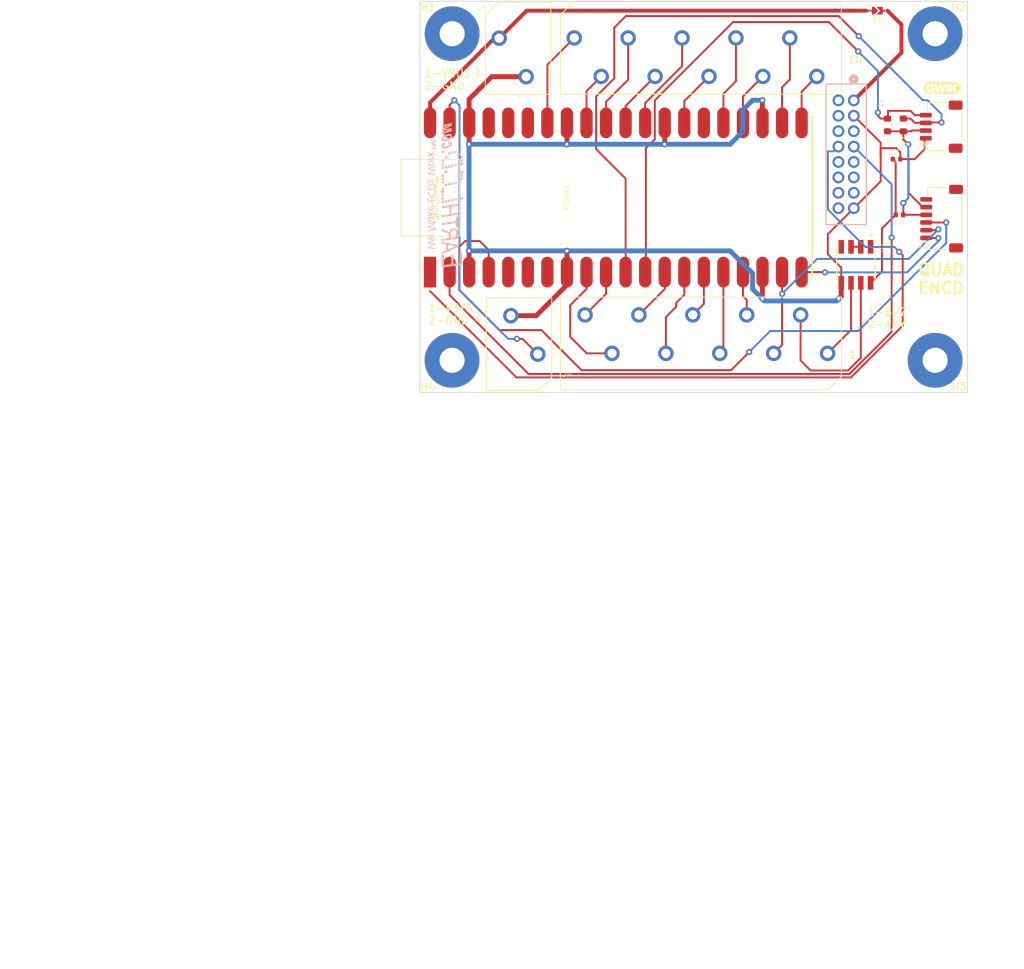
<source format=kicad_pcb>
(kicad_pcb (version 20221018) (generator pcbnew)
  (layers (0 "F.Cu" signal) (31 "B.Cu" signal) (34 "B.Paste" user) (35 "F.Paste" user) (36 "B.SilkS" user "B.Silkscreen") (37 "F.SilkS" user "F.Silkscreen") (38 "B.Mask" user) (39 "F.Mask" user) (44 "Edge.Cuts" user))
  (net 0 "")
  (net 1 "Net-(U1-Vcc)")
  (net 2 "GND")
  (net 3 "/Bottom - Connector/D-")
  (net 4 "/Bottom - Connector/D+")
  (net 5 "/Bottom - Connector/IO6")
  (net 6 "/Bottom - Connector/IO5")
  (net 7 "/Bottom - Connector/I08")
  (net 8 "/Bottom - Connector/IO7")
  (net 9 "/Bottom - Connector/MCLRn")
  (net 10 "/Bottom - Connector/IO9")
  (net 11 "/Bottom - Connector/VCC_3.3V")
  (net 12 "+3.3V")
  (net 15 "/Bottom - Connector/QE.CLK")
  (net 16 "/Bottom - Connector/QE.DIR")
  (net 20 "/Bottom - Connector/QE.SW")
  (net 23 "/Bottom - Connector/USART3.RX")
  (net 24 "/Bottom - Connector/USART3.DE")
  (net 25 "/Bottom - Connector/USART3.TX")
  (net 26 "IO3_SER_2_RX")
  (net 27 "IO4_SER_2_TX")
  (net 30 "IC2_SDA")
  (net 31 "IC2_SCL")
  (net 32 "VSYS")
  (net 33 "VBUS")
  (net 34 "Net-(J6-Pin_4)")
  (net 35 "Net-(J6-Pin_5)")
  (net 36 "Net-(J6-Pin_6)")
  (net 37 "Net-(J6-Pin_7)")
  (net 38 "Net-(J6-Pin_8)")
  (net 39 "Net-(J6-Pin_9)")
  (net 40 "Net-(J6-Pin_10)")
  (net 41 "Net-(J7-Pin_1)")
  (net 42 "Net-(J7-Pin_2)")
  (net 43 "Net-(J7-Pin_3)")
  (net 44 "Net-(J7-Pin_4)")
  (net 45 "Net-(J7-Pin_5)")
  (net 46 "Net-(J7-Pin_6)")
  (net 47 "Net-(J7-Pin_7)")
  (net 48 "Net-(J7-Pin_8)")
  (net 49 "Net-(J7-Pin_9)")
  (net 50 "Net-(J7-Pin_10)")
  (net 51 "/Top - Pico Pi W/USART3.DE")
  (net 52 "/Top - Pico Pi W/USART3.TX")
  (net 53 "/Top - Pico Pi W/USART3.RX")
  (net 54 "A{slash}Y")
  (net 55 "B{slash}Z")
  (net 56 "unconnected-(PCBA1-I2C0_SDA{slash}GP20-Pad26)")
  (net 58 "Net-(J1-Pad1)")
  (footprint "1_EarthLCD:ELP-000098" (layer "F.Cu") (at 143.47 95.23)
    (fp_text reference "J6" hide)
    (fp_text value "ELP-000098")
    (pad "1" thru_hole circle (at 0 0) (size 2 2) (drill 1.2) (layers "*.Cu" "*.Mask") (net 54 "A{slash}Y"))
    (pad "2" thru_hole circle (at -3.5 -5) (size 2 2) (drill 1.2) (layers "*.Cu" "*.Mask") (net 55 "B{slash}Z"))
    (pad "3" thru_hole circle (at -7 0) (size 2 2) (drill 1.2) (layers "*.Cu" "*.Mask") (net 16 "/Bottom - Connector/QE.DIR"))
    (pad "4" thru_hole circle (at -10.5 -5) (size 2 2) (drill 1.2) (layers "*.Cu" "*.Mask") (net 34 "Net-(J6-Pin_4)"))
    (pad "5" thru_hole circle (at -14 0) (size 2 2) (drill 1.2) (layers "*.Cu" "*.Mask") (net 35 "Net-(J6-Pin_5)"))
    (pad "6" thru_hole circle (at -17.5 -5) (size 2 2) (drill 1.2) (layers "*.Cu" "*.Mask") (net 36 "Net-(J6-Pin_6)"))
    (pad "7" thru_hole circle (at -21 0) (size 2 2) (drill 1.2) (layers "*.Cu" "*.Mask") (net 37 "Net-(J6-Pin_7)"))
    (pad "8" thru_hole circle (at -24.5 -5) (size 2 2) (drill 1.2) (layers "*.Cu" "*.Mask") (net 38 "Net-(J6-Pin_8)"))
    (pad "9" thru_hole circle (at -28 0) (size 2 2) (drill 1.2) (layers "*.Cu" "*.Mask") (net 39 "Net-(J6-Pin_9)"))
    (pad "10" thru_hole circle (at -31.5 -5) (size 2 2) (drill 1.2) (layers "*.Cu" "*.Mask") (net 40 "Net-(J6-Pin_10)"))
  )
  (footprint "1_EarthLCD:ELP-000094" (layer "F.Cu") (at 105.84 95.33)
    (fp_text reference "J4" (at 3.8 2.6) (layer "F.SilkS") (effects (font (size 0.7 0.7) (thickness 0.07))))
    (fp_text value "ELP-000094")
    (pad "1" thru_hole circle (at 0 0) (size 2 2) (drill 1.2) (layers "*.Cu" "*.Mask") (net 32 "VSYS"))
    (pad "2" thru_hole circle (at -3.5 -5) (size 2 2) (drill 1.2) (layers "*.Cu" "*.Mask") (net 2 "GND"))
  )
  (footprint "1_EarthLCD:ELP-000094" (layer "F.Cu") (at 100.82 54.29 180)
    (fp_text reference "J5" (at 2.141 3.871) (layer "F.SilkS") (effects (font (size 0.7 0.7) (thickness 0.08))))
    (fp_text value "ELP-000094")
    (pad "1" thru_hole circle (at 0 0 180) (size 2 2) (drill 1.2) (layers "*.Cu" "*.Mask") (net 33 "VBUS"))
    (pad "2" thru_hole circle (at -3.5 -5 180) (size 2 2) (drill 1.2) (layers "*.Cu" "*.Mask") (net 2 "GND"))
  )
  (footprint "1_EarthLCD:ELP-000029_JST_SH_SM04B-SRSS-TB_1x04-1MP_P1.00mm_Horizontal" (layer "F.Cu") (at 158.23 65.79 90)
    (fp_text reference "J2" (at -2.6 -1.9) (layer "F.SilkS") (effects (font (size 0.7 0.7) (thickness 0.07)) (justify right)))
    (fp_text value "ELP-000029")
    (pad "1" smd roundrect (at -1.5 -2 90) (size 0.6 1.55) (layers "F.Cu" "F.Paste" "F.Mask") (net 2 "GND"))
    (pad "2" smd roundrect (at -0.5 -2 90) (size 0.6 1.55) (layers "F.Cu" "F.Paste" "F.Mask") (net 12 "+3.3V"))
    (pad "3" smd roundrect (at 0.5 -2 90) (size 0.6 1.55) (layers "F.Cu" "F.Paste" "F.Mask") (net 30 "IC2_SDA"))
    (pad "4" smd roundrect (at 1.5 -2 90) (size 0.6 1.55) (layers "F.Cu" "F.Paste" "F.Mask") (net 31 "IC2_SCL"))
    (pad "MP1" smd roundrect (at -2.8 1.875 90) (size 1.2 1.8) (layers "F.Cu" "F.Paste" "F.Mask") (roundrect_rratio 0.208333))
    (pad "MP2" smd roundrect (at 2.8 1.875 90) (size 1.2 1.8) (layers "F.Cu" "F.Paste" "F.Mask") (roundrect_rratio 0.208333))
  )
  (footprint "1_EarthLCD:SO-8" (layer "F.Cu") (at 147.15 83.73 180)
    (fp_text reference "U1" (at -3.232 2.25 90) (layer "F.SilkS") (effects (font (size 0.7 0.7) (thickness 0.07))))
    (fp_text value "ELP-000052")
    (pad "1" smd rect (at -1.905 2.34 180) (size 0.72 1.78) (layers "F.Cu" "F.Paste" "F.Mask") (net 23 "/Bottom - Connector/USART3.RX"))
    (pad "2" smd rect (at -0.635 2.34 180) (size 0.72 1.78) (layers "F.Cu" "F.Paste" "F.Mask") (net 24 "/Bottom - Connector/USART3.DE"))
    (pad "3" smd rect (at 0.635 2.34 180) (size 0.72 1.78) (layers "F.Cu" "F.Paste" "F.Mask") (net 24 "/Bottom - Connector/USART3.DE"))
    (pad "4" smd rect (at 1.905 2.34 180) (size 0.72 1.78) (layers "F.Cu" "F.Paste" "F.Mask") (net 25 "/Bottom - Connector/USART3.TX"))
    (pad "5" smd rect (at 1.905 -2.34 180) (size 0.72 1.78) (layers "F.Cu" "F.Paste" "F.Mask") (net 2 "GND"))
    (pad "6" smd rect (at 0.635 -2.34 180) (size 0.72 1.78) (layers "F.Cu" "F.Paste" "F.Mask") (net 54 "A{slash}Y"))
    (pad "7" smd rect (at -0.635 -2.34 180) (size 0.72 1.78) (layers "F.Cu" "F.Paste" "F.Mask") (net 55 "B{slash}Z"))
    (pad "8" smd rect (at -1.905 -2.34 180) (size 0.72 1.78) (layers "F.Cu" "F.Paste" "F.Mask") (net 1 "Net-(U1-Vcc)"))
  )
  (footprint "1_EarthLCD:ELP-000098" (layer "F.Cu") (at 110.57 54.26 180)
    (fp_text reference "J7" hide)
    (fp_text value "ELP-000098")
    (pad "1" thru_hole circle (at 0 0 180) (size 2 2) (drill 1.2) (layers "*.Cu" "*.Mask") (net 41 "Net-(J7-Pin_1)"))
    (pad "2" thru_hole circle (at -3.5 -5 180) (size 2 2) (drill 1.2) (layers "*.Cu" "*.Mask") (net 42 "Net-(J7-Pin_2)"))
    (pad "3" thru_hole circle (at -7 0 180) (size 2 2) (drill 1.2) (layers "*.Cu" "*.Mask") (net 43 "Net-(J7-Pin_3)"))
    (pad "4" thru_hole circle (at -10.5 -5 180) (size 2 2) (drill 1.2) (layers "*.Cu" "*.Mask") (net 44 "Net-(J7-Pin_4)"))
    (pad "5" thru_hole circle (at -14 0 180) (size 2 2) (drill 1.2) (layers "*.Cu" "*.Mask") (net 45 "Net-(J7-Pin_5)"))
    (pad "6" thru_hole circle (at -17.5 -5 180) (size 2 2) (drill 1.2) (layers "*.Cu" "*.Mask") (net 46 "Net-(J7-Pin_6)"))
    (pad "7" thru_hole circle (at -21 0 180) (size 2 2) (drill 1.2) (layers "*.Cu" "*.Mask") (net 47 "Net-(J7-Pin_7)"))
    (pad "8" thru_hole circle (at -24.5 -5 180) (size 2 2) (drill 1.2) (layers "*.Cu" "*.Mask") (net 48 "Net-(J7-Pin_8)"))
    (pad "9" thru_hole circle (at -28 0 180) (size 2 2) (drill 1.2) (layers "*.Cu" "*.Mask") (net 49 "Net-(J7-Pin_9)"))
    (pad "10" thru_hole circle (at -31.5 -5 180) (size 2 2) (drill 1.2) (layers "*.Cu" "*.Mask") (net 50 "Net-(J7-Pin_10)"))
  )
  (footprint "1_EarthLCD:ELP-000086" (layer "F.Cu") (at 149.99 50.72)
    (fp_text reference "R5" (at -0.003 1.35) (layer "F.SilkS") (effects (font (size 0.7 0.7) (thickness 0.07))))
    (fp_text value "ELP-000086")
    (pad "1" smd custom (at -0.45 0) (size 0.3 0.3) (layers "F.Cu" "F.Mask") (net 33 "VBUS") (options (clearance outline) (anchor rect)) (primitives (gr_poly (pts (xy 0.5 0) (xy 0 0.5) (xy -0.3 0.5) (xy -0.3 -0.5) (xy 0 -0.5)) (width 0) (fill yes))))
    (pad "2" smd custom (at 0.45 0) (size 0.3 0.3) (layers "F.Cu" "F.Mask") (net 58 "Net-(J1-Pad1)") (options (clearance outline) (anchor rect)) (primitives (gr_poly (pts (xy 0.2 0.5) (xy -0.65 0.5) (xy -0.15 0) (xy -0.65 -0.5) (xy 0.2 -0.5)) (width 0) (fill yes))))
  )
  (footprint "1_EarthLCD:ELP-000096" (layer "F.Cu") (at 115.97 74.98 90)
    (fp_text reference "PCBA1" (at 0.05 -6.369 270) (layer "F.SilkS") (effects (font (size 0.7 0.7) (thickness 0.07))))
    (fp_text value "ELP-000096")
    (pad "1" smd rect (at -9.69 -24.13 90) (size 4 1.6) (layers "F.Cu" "F.Paste" "F.Mask") (net 26 "IO3_SER_2_RX"))
    (pad "2" smd oval (at -9.69 -21.59 90) (size 4 1.6) (layers "F.Cu" "F.Paste" "F.Mask") (net 27 "IO4_SER_2_TX"))
    (pad "3" smd oval (at -9.69 -19.05 90) (size 4 1.6) (layers "F.Cu" "F.Paste" "F.Mask") (net 2 "GND"))
    (pad "4" smd oval (at -9.69 -16.51 90) (size 4 1.6) (layers "F.Cu" "F.Paste" "F.Mask") (net 20 "/Bottom - Connector/QE.SW"))
    (pad "5" smd oval (at -9.69 -13.97 90) (size 4 1.6) (layers "F.Cu" "F.Paste" "F.Mask") (net 51 "/Top - Pico Pi W/USART3.DE"))
    (pad "6" smd oval (at -9.69 -11.43 90) (size 4 1.6) (layers "F.Cu" "F.Paste" "F.Mask") (net 52 "/Top - Pico Pi W/USART3.TX"))
    (pad "7" smd oval (at -9.69 -8.89 90) (size 4 1.6) (layers "F.Cu" "F.Paste" "F.Mask") (net 53 "/Top - Pico Pi W/USART3.RX"))
    (pad "8" smd oval (at -9.69 -6.35 90) (size 4 1.6) (layers "F.Cu" "F.Paste" "F.Mask") (net 2 "GND"))
    (pad "9" smd oval (at -9.69 -3.81 90) (size 4 1.6) (layers "F.Cu" "F.Paste" "F.Mask") (net 39 "Net-(J6-Pin_9)"))
    (pad "10" smd oval (at -9.69 -1.27 90) (size 4 1.6) (layers "F.Cu" "F.Paste" "F.Mask") (net 40 "Net-(J6-Pin_10)"))
    (pad "11" smd oval (at -9.69 1.27 90) (size 4 1.6) (layers "F.Cu" "F.Paste" "F.Mask") (net 30 "IC2_SDA"))
    (pad "12" smd oval (at -9.69 3.81 90) (size 4 1.6) (layers "F.Cu" "F.Paste" "F.Mask") (net 31 "IC2_SCL"))
    (pad "13" smd oval (at -9.69 6.35 90) (size 4 1.6) (layers "F.Cu" "F.Paste" "F.Mask") (net 38 "Net-(J6-Pin_8)"))
    (pad "14" smd oval (at -9.69 8.89 90) (size 4 1.6) (layers "F.Cu" "F.Paste" "F.Mask") (net 37 "Net-(J6-Pin_7)"))
    (pad "15" smd oval (at -9.69 11.43 90) (size 4 1.6) (layers "F.Cu" "F.Paste" "F.Mask") (net 36 "Net-(J6-Pin_6)"))
    (pad "16" smd oval (at -9.69 13.97 90) (size 4 1.6) (layers "F.Cu" "F.Paste" "F.Mask") (net 35 "Net-(J6-Pin_5)"))
    (pad "17" smd oval (at -9.69 16.51 90) (size 4 1.6) (layers "F.Cu" "F.Paste" "F.Mask") (net 34 "Net-(J6-Pin_4)"))
    (pad "18" smd oval (at -9.69 19.05 90) (size 4 1.6) (layers "F.Cu" "F.Paste" "F.Mask") (net 2 "GND"))
    (pad "19" smd oval (at -9.69 21.59 90) (size 4 1.6) (layers "F.Cu" "F.Paste" "F.Mask") (net 16 "/Bottom - Connector/QE.DIR"))
    (pad "20" smd oval (at -9.69 24.13 90) (size 4 1.6) (layers "F.Cu" "F.Paste" "F.Mask") (net 15 "/Bottom - Connector/QE.CLK"))
    (pad "21" smd oval (at 9.69 24.13 90) (size 4 1.6) (layers "F.Cu" "F.Paste" "F.Mask") (net 50 "Net-(J7-Pin_10)"))
    (pad "22" smd oval (at 9.69 21.59 90) (size 4 1.6) (layers "F.Cu" "F.Paste" "F.Mask") (net 49 "Net-(J7-Pin_9)"))
    (pad "23" smd oval (at 9.69 19.05 90) (size 4 1.6) (layers "F.Cu" "F.Paste" "F.Mask") (net 2 "GND"))
    (pad "24" smd oval (at 9.69 16.51 90) (size 4 1.6) (layers "F.Cu" "F.Paste" "F.Mask") (net 48 "Net-(J7-Pin_8)"))
    (pad "25" smd oval (at 9.69 13.97 90) (size 4 1.6) (layers "F.Cu" "F.Paste" "F.Mask") (net 47 "Net-(J7-Pin_7)"))
    (pad "26" smd oval (at 9.69 11.43 90) (size 4 1.6) (layers "F.Cu" "F.Paste" "F.Mask") (net 56 "unconnected-(PCBA1-I2C0_SDA{slash}GP20-Pad26)"))
    (pad "27" smd oval (at 9.69 8.89 90) (size 4 1.6) (layers "F.Cu" "F.Paste" "F.Mask") (net 46 "Net-(J7-Pin_6)"))
    (pad "28" smd oval (at 9.69 6.35 90) (size 4 1.6) (layers "F.Cu" "F.Paste" "F.Mask") (net 2 "GND"))
    (pad "29" smd oval (at 9.69 3.81 90) (size 4 1.6) (layers "F.Cu" "F.Paste" "F.Mask") (net 45 "Net-(J7-Pin_5)"))
    (pad "30" smd oval (at 9.69 1.27 90) (size 4 1.6) (layers "F.Cu" "F.Paste" "F.Mask") (net 44 "Net-(J7-Pin_4)"))
    (pad "31" smd oval (at 9.69 -1.27 90) (size 4 1.6) (layers "F.Cu" "F.Paste" "F.Mask") (net 43 "Net-(J7-Pin_3)"))
    (pad "32" smd oval (at 9.69 -3.81 90) (size 4 1.6) (layers "F.Cu" "F.Paste" "F.Mask") (net 42 "Net-(J7-Pin_2)"))
    (pad "33" smd oval (at 9.69 -6.35 90) (size 4 1.6) (layers "F.Cu" "F.Paste" "F.Mask") (net 2 "GND"))
    (pad "34" smd oval (at 9.69 -8.89 90) (size 4 1.6) (layers "F.Cu" "F.Paste" "F.Mask") (net 41 "Net-(J7-Pin_1)"))
    (pad "35" smd oval (at 9.69 -11.43 90) (size 4 1.6) (layers "F.Cu" "F.Paste" "F.Mask"))
    (pad "36" smd oval (at 9.69 -13.97 90) (size 4 1.6) (layers "F.Cu" "F.Paste" "F.Mask"))
    (pad "37" smd oval (at 9.69 -16.51 90) (size 4 1.6) (layers "F.Cu" "F.Paste" "F.Mask"))
    (pad "38" smd oval (at 9.69 -19.05 90) (size 4 1.6) (layers "F.Cu" "F.Paste" "F.Mask") (net 2 "GND"))
    (pad "39" smd oval (at 9.69 -21.59 90) (size 4 1.6) (layers "F.Cu" "F.Paste" "F.Mask") (net 32 "VSYS"))
    (pad "40" smd oval (at 9.69 -24.13 90) (size 4 1.6) (layers "F.Cu" "F.Paste" "F.Mask") (net 33 "VBUS"))
  )
  (footprint "1_EarthLCD:R_0603_1608Metric" (layer "F.Cu") (at 151.25 65.565 -90)
    (fp_text reference "R1" (at 2.205 -0.13 90) (layer "F.SilkS") (effects (font (size 0.7 0.7) (thickness 0.07))))
    (fp_text value "ELP-000077")
    (pad "1" smd roundrect (at -0.825 0 270) (size 0.8 0.95) (layers "F.Cu" "F.Paste" "F.Mask") (net 31 "IC2_SCL"))
    (pad "2" smd roundrect (at 0.825 0 270) (size 0.8 0.95) (layers "F.Cu" "F.Paste" "F.Mask") (net 12 "+3.3V"))
  )
  (footprint "1_EarthLCD:SparkFun-QWICC-Logo-4mm_x_1" (layer "F.Cu") (at 158.369 60.706)
    (fp_text reference "ART1" hide)
    (fp_text value "EarthLCD.com-12mm-7.6mm" hide)
  )
  (footprint "1_EarthLCD:ELP-000063_JST_SH_SM06B-SRSS-TB_1x06-1MP_P1.00mm_Horizontal" (layer "F.Cu") (at 158.28 77.73 90)
    (fp_text reference "J3" (at -3.475 -1.785) (layer "F.SilkS") (effects (font (size 0.7 0.7) (thickness 0.07)) (justify right)))
    (fp_text value "ELP-000063")
    (pad "1" smd roundrect (at -2.5 -2 90) (size 0.6 1.55) (layers "F.Cu" "F.Paste" "F.Mask") (net 15 "/Bottom - Connector/QE.CLK"))
    (pad "2" smd roundrect (at -1.5 -2 90) (size 0.6 1.55) (layers "F.Cu" "F.Paste" "F.Mask") (net 16 "/Bottom - Connector/QE.DIR"))
    (pad "3" smd roundrect (at -0.5 -2 90) (size 0.6 1.55) (layers "F.Cu" "F.Paste" "F.Mask") (net 20 "/Bottom - Connector/QE.SW"))
    (pad "4" smd roundrect (at 0.5 -2 90) (size 0.6 1.55) (layers "F.Cu" "F.Paste" "F.Mask") (net 12 "+3.3V"))
    (pad "5" smd roundrect (at 1.5 -2 90) (size 0.6 1.55) (layers "F.Cu" "F.Paste" "F.Mask") (net 2 "GND"))
    (pad "6" smd roundrect (at 2.5 -2 90) (size 0.6 1.55) (layers "F.Cu" "F.Paste" "F.Mask"))
    (pad "MP1" smd roundrect (at -3.8 1.875 90) (size 1.2 1.8) (layers "F.Cu" "F.Paste" "F.Mask") (roundrect_rratio 0.208333))
    (pad "MP2" smd roundrect (at 3.8 1.875 90) (size 1.2 1.8) (layers "F.Cu" "F.Paste" "F.Mask") (roundrect_rratio 0.208333))
  )
  (footprint "1_EarthLCD:C_0402_1005Metric" (layer "F.Cu") (at 152.43 70)
    (fp_text reference "C1" (at -0.15 -0.9) (layer "F.SilkS") (effects (font (size 0.7 0.7) (thickness 0.07))))
    (fp_text value "ELP-000002")
    (pad "1" smd roundrect (at -0.48 0) (size 0.56 0.62) (layers "F.Cu" "F.Paste" "F.Mask") (net 1 "Net-(U1-Vcc)"))
    (pad "2" smd roundrect (at 0.48 0) (size 0.56 0.62) (layers "F.Cu" "F.Paste" "F.Mask") (net 2 "GND"))
  )
  (footprint "1_EarthLCD:MountingHole_4-through-free" (layer "F.Cu") (at 157.439 53.711)
    (fp_text reference "H2" (at 3.089 -3.419) (layer "F.SilkS"))
    (fp_text value "MountingHole_4-through-free")
    (pad "" np_thru_hole circle (at 0 0) (size 7.112 7.112) (drill 3.2639) (layers "F&B.Cu" "*.Mask"))
  )
  (footprint "1_EarthLCD:MountingHole_4-through-free" (layer "F.Cu") (at 94.701 96.129)
    (fp_text reference "H4" (at -3.134 3.439) (layer "F.SilkS"))
    (fp_text value "MountingHole_4-through-free")
    (pad "" np_thru_hole circle (at 0 0) (size 7.112 7.112) (drill 3.2639) (layers "F&B.Cu" "*.Mask"))
  )
  (footprint "1_EarthLCD:R_0402_1005Metric" (layer "F.Cu") (at 152.8 77.23 180)
    (fp_text reference "R3" (at -0.01 -1.14) (layer "F.SilkS") (effects (font (size 0.7 0.7) (thickness 0.07))))
    (fp_text value "ELP-000014")
    (pad "1" smd roundrect (at -0.485 0 180) (size 0.59 0.64) (layers "F.Cu" "F.Paste" "F.Mask") (net 12 "+3.3V"))
    (pad "2" smd roundrect (at 0.485 0 180) (size 0.59 0.64) (layers "F.Cu" "F.Paste" "F.Mask") (net 1 "Net-(U1-Vcc)"))
  )
  (footprint "1_EarthLCD:MountingHole_4-through-free" (layer "F.Cu") (at 94.71 53.711)
    (fp_text reference "H1" (at -3.143 -3.419) (layer "F.SilkS"))
    (fp_text value "MountingHole_4-through-free")
    (pad "" np_thru_hole circle (at 0 0) (size 7.112 7.112) (drill 3.2639) (layers "F&B.Cu" "*.Mask"))
  )
  (footprint "1_EarthLCD:MountingHole_4-through-free" (layer "F.Cu") (at 157.439 96.129)
    (fp_text reference "H3" (at 3.089 3.439) (layer "F.SilkS"))
    (fp_text value "MountingHole_4-through-free")
    (pad "" np_thru_hole circle (at 0 0) (size 7.112 7.112) (drill 3.2639) (layers "F&B.Cu" "*.Mask"))
  )
  (footprint "1_EarthLCD:R_0603_1608Metric" (layer "F.Cu") (at 153.31 65.565 -90)
    (fp_text reference "R2" (at 2.205 -0.17 90) (layer "F.SilkS") (effects (font (size 0.7 0.7) (thickness 0.07))))
    (fp_text value "ELP-000077")
    (pad "1" smd roundrect (at -0.825 0 270) (size 0.8 0.95) (layers "F.Cu" "F.Paste" "F.Mask") (net 30 "IC2_SDA"))
    (pad "2" smd roundrect (at 0.825 0 270) (size 0.8 0.95) (layers "F.Cu" "F.Paste" "F.Mask") (net 12 "+3.3V"))
  )
  (footprint "1_EarthLCD:EarthLCD20mmX5mm" (layer "B.Cu") (at 93.853 74.676 90)
    (fp_text reference "ART2" hide)
    (fp_text value "EarthLCD.com-20mm-5mm" hide)
  )
  (footprint "1_EarthLCD:ELP-000097" (layer "B.Cu") (at 144.876 76.3732 -90)
    (fp_text reference "J1" (at -13.6 -5.5 90 unlocked) (layer "B.SilkS") (effects (font (size 0.7 0.7) (thickness 0.07)) (justify mirror)))
    (fp_text value "ELP-000097")
    (pad "1" thru_hole circle locked (at -13.999999 -2.000001 270) (size 1.524 1.524) (drill 0.9652) (layers "*.Cu" "*.Mask") (net 58 "Net-(J1-Pad1)"))
    (pad "2" thru_hole circle locked (at -13.999999 0.000001 270) (size 1.524 1.524) (drill 0.9652) (layers "*.Cu" "*.Mask") (net 3 "/Bottom - Connector/D-"))
    (pad "3" thru_hole circle locked (at -12 -2.000001 270) (size 1.524 1.524) (drill 0.9652) (layers "*.Cu" "*.Mask") (net 2 "GND"))
    (pad "4" thru_hole circle locked (at -12 0.000001 270) (size 1.524 1.524) (drill 0.9652) (layers "*.Cu" "*.Mask") (net 4 "/Bottom - Connector/D+"))
    (pad "5" thru_hole circle locked (at -9.999999 -2.000001 270) (size 1.524 1.524) (drill 0.9652) (layers "*.Cu" "*.Mask"))
    (pad "6" thru_hole circle locked (at -9.999999 0.000001 270) (size 1.524 1.524) (drill 0.9652) (layers "*.Cu" "*.Mask"))
    (pad "7" thru_hole circle locked (at -8 -2.000001 270) (size 1.524 1.524) (drill 0.9652) (layers "*.Cu" "*.Mask") (net 27 "IO4_SER_2_TX"))
    (pad "8" thru_hole circle locked (at -8 0.000001 270) (size 1.524 1.524) (drill 0.9652) (layers "*.Cu" "*.Mask") (net 26 "IO3_SER_2_RX"))
    (pad "9" thru_hole circle locked (at -5.999999 -2.000001 270) (size 1.524 1.524) (drill 0.9652) (layers "*.Cu" "*.Mask") (net 5 "/Bottom - Connector/IO6"))
    (pad "10" thru_hole circle locked (at -5.999999 0.000001 270) (size 1.524 1.524) (drill 0.9652) (layers "*.Cu" "*.Mask") (net 6 "/Bottom - Connector/IO5"))
    (pad "11" thru_hole circle locked (at -4.000001 -2.000001 270) (size 1.524 1.524) (drill 0.9652) (layers "*.Cu" "*.Mask") (net 7 "/Bottom - Connector/I08"))
    (pad "12" thru_hole circle locked (at -4.000001 0.000001 270) (size 1.524 1.524) (drill 0.9652) (layers "*.Cu" "*.Mask") (net 8 "/Bottom - Connector/IO7"))
    (pad "13" thru_hole circle locked (at -2 -2.000001 270) (size 1.524 1.524) (drill 0.9652) (layers "*.Cu" "*.Mask") (net 9 "/Bottom - Connector/MCLRn"))
    (pad "14" thru_hole circle locked (at -2 0.000001 270) (size 1.524 1.524) (drill 0.9652) (layers "*.Cu" "*.Mask") (net 10 "/Bottom - Connector/IO9"))
    (pad "15" thru_hole circle locked (at 0.000001 -2.000001 270) (size 1.524 1.524) (drill 0.9652) (layers "*.Cu" "*.Mask") (net 2 "GND"))
    (pad "16" thru_hole circle locked (at 0.000001 0.000001 270) (size 1.524 1.524) (drill 0.9652) (layers "*.Cu" "*.Mask") (net 11 "/Bottom - Connector/VCC_3.3V"))
  )
  (gr_rect (start 90.52 49.5) (end 161.64 100.3) (stroke (width 0.1)) (fill none) (layer "Edge.Cuts"))
  (gr_text "1-B/Z\n2-A/Y" (at 148.559 92.045) (layer "F.SilkS") (effects (font (size 1 1)) (justify left bottom)))
  (gr_text "1" (at 97.505 59.279) (layer "F.SilkS") (effects (font (size 1 1)) (justify left bottom)))
  (gr_text "1-VSYS\n2-GND" (at 91.536 91.537) (layer "F.SilkS") (effects (font (size 1 1)) (justify left bottom)))
  (gr_text "QUAD\nENCD" (at 155.067 87.63) (layer "F.SilkS") (effects (font (size 1.5 1.5) (thickness 0.3) bold) (justify left bottom)))
  (gr_text "1-VBUS\n2-GND" (at 91.028 61.057) (layer "F.SilkS") (effects (font (size 1 1)) (justify left bottom)))
  (gr_text "1" (at 146.146 95.982) (layer "F.SilkS") (effects (font (size 1 1)) (justify left bottom)))
  (gr_text "2" (at 97.505 91.029) (layer "F.SilkS") (effects (font (size 1 1)) (justify left bottom)))
  (gr_text "10" (at 146.019 57.628) (layer "F.SilkS") (effects (font (size 1 1)) (justify left bottom)))
  (segment (start 151.95 70) (end 152.315 70.365) (width 0.25) (layer "F.Cu") (net 1))
  (segment (start 149.055 86.07) (end 150.53 84.595) (width 0.25) (layer "F.Cu") (net 1))
  (segment (start 150.53 84.595) (end 150.53 79.015) (width 0.25) (layer "F.Cu") (net 1))
  (segment (start 150.53 79.015) (end 152.315 77.23) (width 0.25) (layer "F.Cu") (net 1))
  (segment (start 152.315 70.365) (end 152.315 77.23) (width 0.25) (layer "F.Cu") (net 1))
  (segment (start 156.28 76.23) (end 155.833249 76.23) (width 0.25) (layer "F.Cu") (net 2))
  (segment (start 135.02 65.29) (end 135.02 65.94) (width 0.25) (layer "F.Cu") (net 2))
  (segment (start 150.368 69.512) (end 150.368 67.865199) (width 0.25) (layer "F.Cu") (net 2))
  (segment (start 144.907 88.138) (end 145.245 87.8) (width 0.635) (layer "F.Cu") (net 2))
  (segment (start 102.373 90.297) (end 102.34 90.33) (width 0.25) (layer "F.Cu") (net 2))
  (segment (start 135.02 84.67) (end 135.02 84.02) (width 0.25) (layer "F.Cu") (net 2))
  (segment (start 156.07 68.71) (end 156.07 67.45) (width 0.25) (layer "F.Cu") (net 2))
  (segment (start 152.91 69.1) (end 152.91 70) (width 0.25) (layer "F.Cu") (net 2))
  (segment (start 122.32 68.053) (end 122.301 68.072) (width 0.635) (layer "F.Cu") (net 2))
  (segment (start 155.833249 76.23) (end 154 74.396751) (width 0.25) (layer "F.Cu") (net 2))
  (segment (start 154 70) (end 154.78 70) (width 0.25) (layer "F.Cu") (net 2))
  (segment (start 154 74.396751) (end 154 70) (width 0.25) (layer "F.Cu") (net 2))
  (segment (start 145.245 86.07) (end 145.245 84.095) (width 0.25) (layer "F.Cu") (net 2))
  (segment (start 109.62 81.934) (end 109.601 81.915) (width 0.635) (layer "F.Cu") (net 2))
  (segment (start 143.5 79.749202) (end 146.876001 76.373201) (width 0.25) (layer "F.Cu") (net 2))
  (segment (start 150.368 67.865199) (end 146.876001 64.3732) (width 0.25) (layer "F.Cu") (net 2))
  (segment (start 109.62 84.67) (end 109.62 86.341) (width 0.635) (layer "F.Cu") (net 2))
  (segment (start 152.91 70) (end 154 70) (width 0.25) (layer "F.Cu") (net 2))
  (segment (start 122.32 65.29) (end 122.32 68.053) (width 0.635) (layer "F.Cu") (net 2))
  (segment (start 145.245 84.095) (end 143.5 82.35) (width 0.25) (layer "F.Cu") (net 2))
  (segment (start 135.02 84.67) (end 134.6 85.09) (width 0.25) (layer "F.Cu") (net 2))
  (segment (start 105.631 90.33) (end 102.34 90.33) (width 0.635) (layer "F.Cu") (net 2))
  (segment (start 135.001 62.357) (end 135.001 65.271) (width 0.635) (layer "F.Cu") (net 2))
  (segment (start 109.62 86.341) (end 105.631 90.33) (width 0.635) (layer "F.Cu") (net 2))
  (segment (start 109.62 65.29) (end 109.62 68.053) (width 0.635) (layer "F.Cu") (net 2))
  (segment (start 96.92 65.29) (end 96.92 68.091) (width 0.635) (layer "F.Cu") (net 2))
  (segment (start 143.5 82.35) (end 143.5 79.749202) (width 0.25) (layer "F.Cu") (net 2))
  (segment (start 154.78 70) (end 156.07 68.71) (width 0.25) (layer "F.Cu") (net 2))
  (segment (start 99.841 59.29) (end 104.32 59.29) (width 0.635) (layer "F.Cu") (net 2))
  (segment (start 145.245 87.8) (end 145.245 86.07) (width 0.635) (layer "F.Cu") (net 2))
  (segment (start 96.92 62.211) (end 99.841 59.29) (width 0.635) (layer "F.Cu") (net 2))
  (segment (start 146.876001 76.373201) (end 150.368 72.881202) (width 0.25) (layer "F.Cu") (net 2))
  (segment (start 96.92 68.091) (end 96.901 68.072) (width 0.635) (layer "F.Cu") (net 2))
  (segment (start 152.39 68.58) (end 152.91 69.1) (width 0.25) (layer "F.Cu") (net 2))
  (segment (start 135.001 84.689) (end 135.02 84.67) (width 0.635) (layer "F.Cu") (net 2))
  (segment (start 156.07 67.45) (end 156.23 67.29) (width 0.25) (layer "F.Cu") (net 2))
  (segment (start 96.92 81.934) (end 96.901 81.915) (width 0.635) (layer "F.Cu") (net 2))
  (segment (start 109.62 68.053) (end 109.601 68.072) (width 0.635) (layer "F.Cu") (net 2))
  (segment (start 96.92 84.67) (end 96.92 81.934) (width 0.635) (layer "F.Cu") (net 2))
  (segment (start 96.92 65.29) (end 96.92 62.211) (width 0.635) (layer "F.Cu") (net 2))
  (segment (start 135.001 88.138) (end 135.001 84.689) (width 0.635) (layer "F.Cu") (net 2))
  (segment (start 135.001 65.271) (end 135.02 65.29) (width 0.635) (layer "F.Cu") (net 2))
  (segment (start 109.62 84.67) (end 109.62 81.934) (width 0.635) (layer "F.Cu") (net 2))
  (segment (start 150.368 69.512) (end 150.368 68.58) (width 0.25) (layer "F.Cu") (net 2))
  (segment (start 150.368 68.58) (end 152.39 68.58) (width 0.25) (layer "F.Cu") (net 2))
  (segment (start 150.368 72.881202) (end 150.368 69.512) (width 0.25) (layer "F.Cu") (net 2))
  (via (at 135.001 62.357) (size 0.8) (drill 0.4) (layers "F.Cu" "B.Cu") (net 2))
  (via (at 96.901 68.072) (size 0.8) (drill 0.4) (layers "F.Cu" "B.Cu") (net 2))
  (via (at 122.301 68.072) (size 0.8) (drill 0.4) (layers "F.Cu" "B.Cu") (net 2))
  (via (at 96.901 81.915) (size 0.8) (drill 0.4) (layers "F.Cu" "B.Cu") (net 2))
  (via (at 109.601 68.072) (size 0.8) (drill 0.4) (layers "F.Cu" "B.Cu") (net 2))
  (via (at 109.601 81.915) (size 0.8) (drill 0.4) (layers "F.Cu" "B.Cu") (net 2))
  (via (at 135.001 88.138) (size 0.8) (drill 0.4) (layers "F.Cu" "B.Cu") (net 2))
  (via (at 144.907 88.138) (size 0.8) (drill 0.4) (layers "F.Cu" "B.Cu") (net 2))
  (segment (start 133.731 84.836) (end 133.731 86.868) (width 0.635) (layer "B.Cu") (net 2))
  (segment (start 132.461 63.627) (end 133.731 62.357) (width 0.635) (layer "B.Cu") (net 2))
  (segment (start 96.901 81.915) (end 109.601 81.915) (width 0.635) (layer "B.Cu") (net 2))
  (segment (start 109.601 81.915) (end 130.81 81.915) (width 0.635) (layer "B.Cu") (net 2))
  (segment (start 130.81 68.072) (end 132.461 66.421) (width 0.635) (layer "B.Cu") (net 2))
  (segment (start 130.81 81.915) (end 133.731 84.836) (width 0.635) (layer "B.Cu") (net 2))
  (segment (start 133.731 86.868) (end 135.001 88.138) (width 0.635) (layer "B.Cu") (net 2))
  (segment (start 133.731 62.357) (end 135.001 62.357) (width 0.635) (layer "B.Cu") (net 2))
  (segment (start 96.901 68.072) (end 109.601 68.072) (width 0.635) (layer "B.Cu") (net 2))
  (segment (start 135.001 88.138) (end 135.2835 88.4205) (width 0.635) (layer "B.Cu") (net 2))
  (segment (start 109.601 68.072) (end 130.81 68.072) (width 0.635) (layer "B.Cu") (net 2))
  (segment (start 132.461 66.421) (end 132.461 63.627) (width 0.635) (layer "B.Cu") (net 2))
  (segment (start 96.901 81.915) (end 96.901 68.072) (width 0.635) (layer "B.Cu") (net 2))
  (segment (start 135.2835 88.4205) (end 144.6245 88.4205) (width 0.635) (layer "B.Cu") (net 2))
  (segment (start 144.6245 88.4205) (end 144.907 88.138) (width 0.635) (layer "B.Cu") (net 2))
  (segment (start 154.42 66.28) (end 156.22 66.28) (width 0.25) (layer "F.Cu") (net 12))
  (segment (start 153.31 66.39) (end 153.31 67.45) (width 0.25) (layer "F.Cu") (net 12))
  (segment (start 153.31 66.39) (end 154.31 66.39) (width 0.25) (layer "F.Cu") (net 12))
  (segment (start 156.22 66.28) (end 156.23 66.29) (width 0.25) (layer "F.Cu") (net 12))
  (segment (start 153.31 67.45) (end 153.95 68.09) (width 0.25) (layer "F.Cu") (net 12))
  (segment (start 153.31 77.205) (end 153.285 77.23) (width 0.25) (layer "F.Cu") (net 12))
  (segment (start 153.285 77.23) (end 156.28 77.23) (width 0.25) (layer "F.Cu") (net 12))
  (segment (start 153.31 75.71) (end 153.31 77.205) (width 0.25) (layer "F.Cu") (net 12))
  (segment (start 154.31 66.39) (end 154.42 66.28) (width 0.25) (layer "F.Cu") (net 12))
  (segment (start 151.25 66.39) (end 153.31 66.39) (width 0.25) (layer "F.Cu") (net 12))
  (via (at 153.31 75.71) (size 0.8) (drill 0.4) (layers "F.Cu" "B.Cu") (net 12))
  (via (at 153.95 68.09) (size 0.8) (drill 0.4) (layers "F.Cu" "B.Cu") (net 12))
  (segment (start 153.95 68.09) (end 153.95 75.07) (width 0.25) (layer "B.Cu") (net 12))
  (segment (start 153.95 75.07) (end 153.31 75.71) (width 0.25) (layer "B.Cu") (net 12))
  (segment (start 143.09 84.67) (end 143.129 84.709) (width 0.25) (layer "F.Cu") (net 15))
  (segment (start 157.827 80.23) (end 157.861 80.264) (width 0.25) (layer "F.Cu") (net 15))
  (segment (start 140.1 84.67) (end 143.09 84.67) (width 0.25) (layer "F.Cu") (net 15))
  (segment (start 156.28 80.23) (end 157.827 80.23) (width 0.25) (layer "F.Cu") (net 15))
  (via (at 157.861 80.264) (size 0.8) (drill 0.4) (layers "F.Cu" "B.Cu") (net 15))
  (via (at 143.129 84.709) (size 0.8) (drill 0.4) (layers "F.Cu" "B.Cu") (net 15))
  (segment (start 153.797 84.709) (end 143.129 84.709) (width 0.25) (layer "B.Cu") (net 15))
  (segment (start 157.861 80.645) (end 153.797 84.709) (width 0.25) (layer "B.Cu") (net 15))
  (segment (start 157.861 80.264) (end 157.861 80.645) (width 0.25) (layer "B.Cu") (net 15))
  (segment (start 137.56 87.503) (end 137.56 94.14) (width 0.25) (layer "F.Cu") (net 16))
  (segment (start 156.28 79.23) (end 157.752 79.23) (width 0.25) (layer "F.Cu") (net 16))
  (segment (start 157.752 79.23) (end 157.861 79.121) (width 0.25) (layer "F.Cu") (net 16))
  (segment (start 137.56 84.67) (end 137.56 87.503) (width 0.25) (layer "F.Cu") (net 16))
  (segment (start 137.56 94.14) (end 136.47 95.23) (width 0.25) (layer "F.Cu") (net 16))
  (via (at 157.861 79.121) (size 0.8) (drill 0.4) (layers "F.Cu" "B.Cu") (net 16))
  (via (at 137.56 87.503) (size 0.8) (drill 0.4) (layers "F.Cu" "B.Cu") (net 16))
  (segment (start 157.861 79.121) (end 154.017 82.965) (width 0.25) (layer "B.Cu") (net 16))
  (segment (start 154.017 82.965) (end 142.098 82.965) (width 0.25) (layer "B.Cu") (net 16))
  (segment (start 142.098 82.965) (end 137.56 87.503) (width 0.25) (layer "B.Cu") (net 16))
  (segment (start 158.875 78.23) (end 156.28 78.23) (width 0.25) (layer "F.Cu") (net 20))
  (segment (start 95.631 81.407) (end 96.393 80.645) (width 0.25) (layer "F.Cu") (net 20))
  (segment (start 95.631 86.995) (end 95.631 81.407) (width 0.25) (layer "F.Cu") (net 20))
  (segment (start 100.838 92.202) (end 95.631 86.995) (width 0.25) (layer "F.Cu") (net 20))
  (segment (start 106.299 92.202) (end 100.838 92.202) (width 0.25) (layer "F.Cu") (net 20))
  (segment (start 158.877 78.232) (end 158.875 78.23) (width 0.25) (layer "F.Cu") (net 20))
  (segment (start 99.46 81.807) (end 99.46 84.67) (width 0.25) (layer "F.Cu") (net 20))
  (segment (start 130.937 97.409) (end 111.506 97.409) (width 0.25) (layer "F.Cu") (net 20))
  (segment (start 96.393 80.645) (end 98.298 80.645) (width 0.25) (layer "F.Cu") (net 20))
  (segment (start 133.2865 95.0595) (end 130.937 97.409) (width 0.25) (layer "F.Cu") (net 20))
  (segment (start 111.506 97.409) (end 106.299 92.202) (width 0.25) (layer "F.Cu") (net 20))
  (segment (start 98.298 80.645) (end 99.46 81.807) (width 0.25) (layer "F.Cu") (net 20))
  (via (at 133.2865 95.0595) (size 0.8) (drill 0.4) (layers "F.Cu" "B.Cu") (net 20))
  (via (at 158.877 78.232) (size 0.8) (drill 0.4) (layers "F.Cu" "B.Cu") (net 20))
  (segment (start 136.017 92.329) (end 147.447 92.329) (width 0.25) (layer "B.Cu") (net 20))
  (segment (start 147.447 92.329) (end 158.877 80.899) (width 0.25) (layer "B.Cu") (net 20))
  (segment (start 133.2865 95.0595) (end 136.017 92.329) (width 0.25) (layer "B.Cu") (net 20))
  (segment (start 158.877 80.899) (end 158.877 78.232) (width 0.25) (layer "B.Cu") (net 20))
  (segment (start 146.515 81.39) (end 147.785 81.39) (width 0.25) (layer "F.Cu") (net 24))
  (segment (start 153.23 91.626) (end 146.506 98.35) (width 0.25) (layer "F.Cu") (net 26))
  (segment (start 152.781 82.042) (end 153.23 82.491) (width 0.25) (layer "F.Cu") (net 26))
  (segment (start 153.23 82.491) (end 153.23 91.626) (width 0.25) (layer "F.Cu") (net 26))
  (segment (start 146.506 98.35) (end 103.049 98.35) (width 0.25) (layer "F.Cu") (net 26))
  (segment (start 91.84 87.141) (end 91.84 84.67) (width 0.25) (layer "F.Cu") (net 26))
  (segment (start 103.049 98.35) (end 91.84 87.141) (width 0.25) (layer "F.Cu") (net 26))
  (via (at 152.781 82.042) (size 0.8) (drill 0.4) (layers "F.Cu" "B.Cu") (net 26))
  (segment (start 144.259199 68.99) (end 144.875999 68.3732) (width 0.25) (layer "B.Cu") (net 26))
  (segment (start 152.781 82.042) (end 152.146 81.407) (width 0.25) (layer "B.Cu") (net 26))
  (segment (start 143.51 76.544453) (end 143.51 68.99) (width 0.25) (layer "B.Cu") (net 26))
  (segment (start 148.372547 81.407) (end 143.51 76.544453) (width 0.25) (layer "B.Cu") (net 26))
  (segment (start 152.146 81.407) (end 148.372547 81.407) (width 0.25) (layer "B.Cu") (net 26))
  (segment (start 143.51 68.99) (end 144.259199 68.99) (width 0.25) (layer "B.Cu") (net 26))
  (segment (start 146.319604 97.9) (end 151.79 92.429604) (width 0.25) (layer "F.Cu") (net 27))
  (segment (start 104.631 97.9) (end 146.319604 97.9) (width 0.25) (layer "F.Cu") (net 27))
  (segment (start 94.38 84.67) (end 94.38 87.649) (width 0.25) (layer "F.Cu") (net 27))
  (segment (start 151.79 92.429604) (end 151.79 80.19) (width 0.25) (layer "F.Cu") (net 27))
  (segment (start 94.38 87.649) (end 104.631 97.9) (width 0.25) (layer "F.Cu") (net 27))
  (via (at 151.79 80.19) (size 0.8) (drill 0.4) (layers "F.Cu" "B.Cu") (net 27))
  (segment (start 151.79 73.287199) (end 146.876001 68.3732) (width 0.25) (layer "B.Cu") (net 27))
  (segment (start 151.79 80.19) (end 151.79 73.287199) (width 0.25) (layer "B.Cu") (net 27))
  (segment (start 144.91 51.42) (end 147.52 54.03) (width 0.25) (layer "F.Cu") (net 30))
  (segment (start 117.24 72.536) (end 113.411 68.707) (width 0.25) (layer "F.Cu") (net 30))
  (segment (start 117.27 51.42) (end 144.91 51.42) (width 0.25) (layer "F.Cu") (net 30))
  (segment (start 154.786 65.28) (end 156.22 65.28) (width 0.25) (layer "F.Cu") (net 30))
  (segment (start 156.28 65.24) (end 156.23 65.29) (width 0.25) (layer "F.Cu") (net 30))
  (segment (start 158.27 65.24) (end 156.28 65.24) (width 0.25) (layer "F.Cu") (net 30))
  (segment (start 115.76 52.93) (end 117.27 51.42) (width 0.25) (layer "F.Cu") (net 30))
  (segment (start 117.24 84.67) (end 117.24 72.536) (width 0.25) (layer "F.Cu") (net 30))
  (segment (start 153.31 64.74) (end 154.246 64.74) (width 0.25) (layer "F.Cu") (net 30))
  (segment (start 156.22 65.28) (end 156.23 65.29) (width 0.25) (layer "F.Cu") (net 30))
  (segment (start 154.246 64.74) (end 154.786 65.28) (width 0.25) (layer "F.Cu") (net 30))
  (segment (start 115.76 59.52) (end 115.76 52.93) (width 0.25) (layer "F.Cu") (net 30))
  (segment (start 113.411 61.869) (end 115.76 59.52) (width 0.25) (layer "F.Cu") (net 30))
  (segment (start 113.411 68.707) (end 113.411 61.869) (width 0.25) (layer "F.Cu") (net 30))
  (via (at 158.27 65.24) (size 0.8) (drill 0.4) (layers "F.Cu" "B.Cu") (net 30))
  (via (at 147.52 54.03) (size 0.8) (drill 0.4) (layers "F.Cu" "B.Cu") (net 30))
  (segment (start 156.464 62.357) (end 158.27 64.163) (width 0.25) (layer "B.Cu") (net 30))
  (segment (start 147.52 54.03) (end 155.847 62.357) (width 0.25) (layer "B.Cu") (net 30))
  (segment (start 158.27 64.163) (end 158.27 65.24) (width 0.25) (layer "B.Cu") (net 30))
  (segment (start 155.847 62.357) (end 156.464 62.357) (width 0.25) (layer "B.Cu") (net 30))
  (segment (start 119.87 68.598) (end 119.87 84.58) (width 0.25) (layer "F.Cu") (net 31))
  (segment (start 154.24 63.73) (end 151.32 63.73) (width 0.25) (layer "F.Cu") (net 31))
  (segment (start 151.32 63.73) (end 151.32 64.67) (width 0.25) (layer "F.Cu") (net 31))
  (segment (start 150.37 64.74) (end 151.25 64.74) (width 0.25) (layer "F.Cu") (net 31))
  (segment (start 131.191 52.197) (end 121.031 62.357) (width 0.25) (layer "F.Cu") (net 31))
  (segment (start 121.031 62.357) (end 121.031 67.437) (width 0.25) (layer "F.Cu") (net 31))
  (segment (start 147.447 56.007) (end 143.637 52.197) (width 0.25) (layer "F.Cu") (net 31))
  (segment (start 150.01 64.38) (end 150.37 64.74) (width 0.25) (layer "F.Cu") (net 31))
  (segment (start 119.87 84.58) (end 119.78 84.67) (width 0.25) (layer "F.Cu") (net 31))
  (segment (start 156.23 64.29) (end 154.8 64.29) (width 0.25) (layer "F.Cu") (net 31))
  (segment (start 121.031 67.437) (end 119.87 68.598) (width 0.25) (layer "F.Cu") (net 31))
  (segment (start 154.8 64.29) (end 154.24 63.73) (width 0.25) (layer "F.Cu") (net 31))
  (segment (start 151.32 64.67) (end 151.25 64.74) (width 0.25) (layer "F.Cu") (net 31))
  (segment (start 150.01 63.95) (end 150.01 64.38) (width 0.25) (layer "F.Cu") (net 31))
  (segment (start 143.637 52.197) (end 131.191 52.197) (width 0.25) (layer "F.Cu") (net 31))
  (via (at 150.01 63.95) (size 0.8) (drill 0.4) (layers "F.Cu" "B.Cu") (net 31))
  (via (at 147.447 56.007) (size 0.8) (drill 0.4) (layers "F.Cu" "B.Cu") (net 31))
  (segment (start 147.447 56.007) (end 150.01 58.57) (width 0.25) (layer "B.Cu") (net 31))
  (segment (start 150.01 58.57) (end 150.01 63.95) (width 0.25) (layer "B.Cu") (net 31))
  (segment (start 94.996 62.357) (end 94.38 62.973) (width 0.25) (layer "F.Cu") (net 32))
  (segment (start 103.124 93.345) (end 103.855 93.345) (width 0.25) (layer "F.Cu") (net 32))
  (segment (start 94.38 62.973) (end 94.38 65.29) (width 0.25) (layer "F.Cu") (net 32))
  (segment (start 103.855 93.345) (end 105.84 95.33) (width 0.25) (layer "F.Cu") (net 32))
  (via (at 103.124 93.345) (size 0.8) (drill 0.4) (layers "F.Cu" "B.Cu") (net 32))
  (via (at 94.996 62.357) (size 0.8) (drill 0.4) (layers "F.Cu" "B.Cu") (net 32))
  (segment (start 94.996 62.357) (end 95.67 63.031) (width 0.25) (layer "B.Cu") (net 32))
  (segment (start 95.67 63.031) (end 95.67 87.02) (width 0.25) (layer "B.Cu") (net 32))
  (segment (start 95.67 87.02) (end 101.995 93.345) (width 0.25) (layer "B.Cu") (net 32))
  (segment (start 101.995 93.345) (end 103.124 93.345) (width 0.25) (layer "B.Cu") (net 32))
  (segment (start 100.2 54.29) (end 91.84 62.65) (width 0.508) (layer "F.Cu") (net 33))
  (segment (start 149.54 50.72) (end 148.463 50.72) (width 0.25) (layer "F.Cu") (net 33))
  (segment (start 100.82 54.29) (end 100.2 54.29) (width 0.508) (layer "F.Cu") (net 33))
  (segment (start 91.84 62.65) (end 91.84 65.29) (width 0.508) (layer "F.Cu") (net 33))
  (segment (start 104.39 50.72) (end 100.82 54.29) (width 0.508) (layer "F.Cu") (net 33))
  (segment (start 148.463 50.72) (end 104.39 50.72) (width 0.508) (layer "F.Cu") (net 33))
  (segment (start 132.48 87.79) (end 132.97 88.28) (width 0.25) (layer "F.Cu") (net 34))
  (segment (start 132.97 88.28) (end 132.97 90.23) (width 0.25) (layer "F.Cu") (net 34))
  (segment (start 132.48 84.67) (end 132.48 87.79) (width 0.25) (layer "F.Cu") (net 34))
  (segment (start 129.94 84.67) (end 129.94 94.76) (width 0.25) (layer "F.Cu") (net 35))
  (segment (start 129.94 94.76) (end 129.47 95.23) (width 0.25) (layer "F.Cu") (net 35))
  (segment (start 127.4 84.67) (end 127.4 88.8) (width 0.25) (layer "F.Cu") (net 36))
  (segment (start 127.4 88.8) (end 125.97 90.23) (width 0.25) (layer "F.Cu") (net 36))
  (segment (start 124.86 84.67) (end 124.86 87.61) (width 0.25) (layer "F.Cu") (net 37))
  (segment (start 123.81 89.17) (end 122.47 90.51) (width 0.25) (layer "F.Cu") (net 37))
  (segment (start 122.47 90.51) (end 122.47 95.23) (width 0.25) (layer "F.Cu") (net 37))
  (segment (start 123.81 88.66) (end 123.81 89.17) (width 0.25) (layer "F.Cu") (net 37))
  (segment (start 124.86 87.61) (end 123.81 88.66) (width 0.25) (layer "F.Cu") (net 37))
  (segment (start 122.32 86.88) (end 118.97 90.23) (width 0.25) (layer "F.Cu") (net 38))
  (segment (start 122.32 84.67) (end 122.32 86.88) (width 0.25) (layer "F.Cu") (net 38))
  (segment (start 112.16 84.67) (end 112.16 86.86) (width 0.25) (layer "F.Cu") (net 39))
  (segment (start 110.04 88.98) (end 110.04 93.08) (width 0.25) (layer "F.Cu") (net 39))
  (segment (start 112.16 86.86) (end 110.04 88.98) (width 0.25) (layer "F.Cu") (net 39))
  (segment (start 112.19 95.23) (end 115.47 95.23) (width 0.25) (layer "F.Cu") (net 39))
  (segment (start 110.04 93.08) (end 112.19 95.23) (width 0.25) (layer "F.Cu") (net 39))
  (segment (start 114.7 84.67) (end 114.7 87.5) (width 0.25) (layer "F.Cu") (net 40))
  (segment (start 114.7 87.5) (end 111.97 90.23) (width 0.25) (layer "F.Cu") (net 40))
  (segment (start 107.08 57.75) (end 110.57 54.26) (width 0.25) (layer "F.Cu") (net 41))
  (segment (start 107.08 65.29) (end 107.08 57.75) (width 0.25) (layer "F.Cu") (net 41))
  (segment (start 112.16 61.17) (end 114.07 59.26) (width 0.25) (layer "F.Cu") (net 42))
  (segment (start 112.16 65.29) (end 112.16 61.17) (width 0.25) (layer "F.Cu") (net 42))
  (segment (start 114.7 65.29) (end 114.7 62.55) (width 0.25) (layer "F.Cu") (net 43))
  (segment (start 114.7 62.55) (end 117.57 59.68) (width 0.25) (layer "F.Cu") (net 43))
  (segment (start 117.57 59.68) (end 117.57 54.26) (width 0.25) (layer "F.Cu") (net 43))
  (segment (start 117.24 65.29) (end 117.24 63.09) (width 0.25) (layer "F.Cu") (net 44))
  (segment (start 117.24 63.09) (end 121.07 59.26) (width 0.25) (layer "F.Cu") (net 44))
  (segment (start 119.78 65.29) (end 119.78 62.71) (width 0.25) (layer "F.Cu") (net 45))
  (segment (start 119.78 62.71) (end 124.57 57.92) (width 0.25) (layer "F.Cu") (net 45))
  (segment (start 124.57 57.92) (end 124.57 54.26) (width 0.25) (layer "F.Cu") (net 45))
  (segment (start 124.86 65.29) (end 124.86 62.47) (width 0.25) (layer "F.Cu") (net 46))
  (segment (start 124.86 62.47) (end 128.07 59.26) (width 0.25) (layer "F.Cu") (net 46))
  (segment (start 129.94 61.51) (end 131.57 59.88) (width 0.25) (layer "F.Cu") (net 47))
  (segment (start 129.94 65.29) (end 129.94 61.51) (width 0.25) (layer "F.Cu") (net 47))
  (segment (start 131.57 59.88) (end 131.57 54.26) (width 0.25) (layer "F.Cu") (net 47))
  (segment (start 132.48 61.85) (end 132.48 65.29) (width 0.25) (layer "F.Cu") (net 48))
  (segment (start 135.07 59.26) (end 132.48 61.85) (width 0.25) (layer "F.Cu") (net 48))
  (segment (start 138.57 54.26) (end 138.57 59.65) (width 0.25) (layer "F.Cu") (net 49))
  (segment (start 138.57 59.65) (end 137.56 60.66) (width 0.25) (layer "F.Cu") (net 49))
  (segment (start 137.56 60.66) (end 137.56 65.29) (width 0.25) (layer "F.Cu") (net 49))
  (segment (start 142.07 59.26) (end 140.1 61.23) (width 0.25) (layer "F.Cu") (net 50))
  (segment (start 140.1 61.23) (end 140.1 65.29) (width 0.25) (layer "F.Cu") (net 50))
  (segment (start 146.515 92.185) (end 146.515 86.07) (width 0.25) (layer "F.Cu") (net 54))
  (segment (start 143.47 95.23) (end 146.515 92.185) (width 0.25) (layer "F.Cu") (net 54))
  (segment (start 147.785 95.798208) (end 147.785 86.07) (width 0.25) (layer "F.Cu") (net 55))
  (segment (start 139.96 96.145) (end 141.265 97.45) (width 0.25) (layer "F.Cu") (net 55))
  (segment (start 141.265 97.45) (end 146.133208 97.45) (width 0.25) (layer "F.Cu") (net 55))
  (segment (start 140.1 90.1) (end 139.97 90.23) (width 0.25) (layer "F.Cu") (net 55))
  (segment (start 139.97 93.603833) (end 139.96 93.613833) (width 0.25) (layer "F.Cu") (net 55))
  (segment (start 139.97 90.23) (end 139.97 93.603833) (width 0.25) (layer "F.Cu") (net 55))
  (segment (start 146.133208 97.45) (end 147.785 95.798208) (width 0.25) (layer "F.Cu") (net 55))
  (segment (start 139.96 93.613833) (end 139.96 96.145) (width 0.25) (layer "F.Cu") (net 55))
  (segment (start 127.4 65.29) (end 127.4 63.98) (width 0.25) (layer "F.Cu") (net 56))
  (segment (start 153.06 56.189202) (end 146.876001 62.373201) (width 0.508) (layer "F.Cu") (net 58))
  (segment (start 153.06 52.523) (end 153.06 56.189202) (width 0.508) (layer "F.Cu") (net 58))
  (segment (start 150.44 50.72) (end 151.257 50.72) (width 0.25) (layer "F.Cu") (net 58))
  (segment (start 151.257 50.72) (end 153.06 52.523) (width 0.508) (layer "F.Cu") (net 58))
)
</source>
